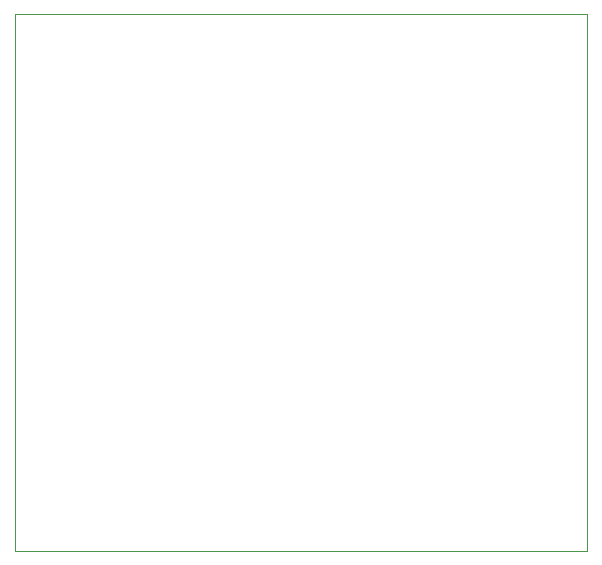
<source format=gbr>
G04 #@! TF.GenerationSoftware,KiCad,Pcbnew,(5.1.4)-1*
G04 #@! TF.CreationDate,2020-10-15T16:48:05+03:00*
G04 #@! TF.ProjectId,12V5A_breakout,31325635-415f-4627-9265-616b6f75742e,rev?*
G04 #@! TF.SameCoordinates,Original*
G04 #@! TF.FileFunction,Profile,NP*
%FSLAX46Y46*%
G04 Gerber Fmt 4.6, Leading zero omitted, Abs format (unit mm)*
G04 Created by KiCad (PCBNEW (5.1.4)-1) date 2020-10-15 16:48:05*
%MOMM*%
%LPD*%
G04 APERTURE LIST*
%ADD10C,0.050000*%
G04 APERTURE END LIST*
D10*
X75000000Y-85000000D02*
X75000000Y-39500000D01*
X123500000Y-85000000D02*
X75000000Y-85000000D01*
X123500000Y-39500000D02*
X123500000Y-85000000D01*
X75000000Y-39500000D02*
X123500000Y-39500000D01*
M02*

</source>
